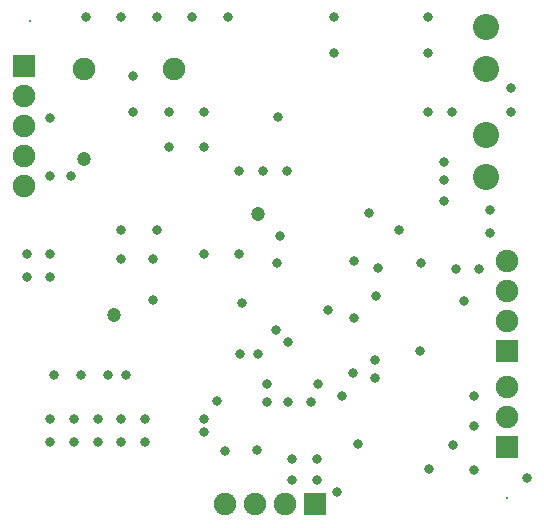
<source format=gbs>
G04*
G04 #@! TF.GenerationSoftware,Altium Limited,Altium Designer,22.1.2 (22)*
G04*
G04 Layer_Color=16711935*
%FSLAX25Y25*%
%MOIN*%
G70*
G04*
G04 #@! TF.SameCoordinates,916DC4FC-BA67-46E0-AC62-78C5DE96CB0C*
G04*
G04*
G04 #@! TF.FilePolarity,Negative*
G04*
G01*
G75*
%ADD51C,0.07493*%
%ADD52R,0.07493X0.07493*%
%ADD53R,0.07493X0.07493*%
%ADD54C,0.00800*%
%ADD55C,0.08674*%
%ADD56C,0.03300*%
%ADD57C,0.03162*%
%ADD58C,0.04737*%
D51*
X74000Y7000D02*
D03*
X94000D02*
D03*
X84000D02*
D03*
X7000Y113000D02*
D03*
Y123000D02*
D03*
Y143000D02*
D03*
Y133000D02*
D03*
X168000Y88000D02*
D03*
Y68000D02*
D03*
Y78000D02*
D03*
Y46000D02*
D03*
Y36000D02*
D03*
X57000Y152000D02*
D03*
X27079D02*
D03*
D52*
X104000Y7000D02*
D03*
D53*
X7000Y153000D02*
D03*
X168000Y58000D02*
D03*
Y26000D02*
D03*
D54*
X9000Y168000D02*
D03*
X168000Y9000D02*
D03*
D55*
X161000Y166000D02*
D03*
Y152220D02*
D03*
Y130000D02*
D03*
Y116220D02*
D03*
D56*
X174436Y15683D02*
D03*
X104515Y15127D02*
D03*
X96377D02*
D03*
X116735Y50696D02*
D03*
X118211Y27077D02*
D03*
X15551Y135870D02*
D03*
X78993Y56958D02*
D03*
X91244Y87291D02*
D03*
X94812Y61195D02*
D03*
X92157Y96543D02*
D03*
X131888Y98442D02*
D03*
X153543Y74803D02*
D03*
X79749Y73928D02*
D03*
X142066Y18832D02*
D03*
X91695Y135943D02*
D03*
X78740Y118110D02*
D03*
X86614D02*
D03*
X94488D02*
D03*
X169291Y145669D02*
D03*
Y137795D02*
D03*
X149606D02*
D03*
X141732D02*
D03*
Y157480D02*
D03*
Y169291D02*
D03*
X110236Y157480D02*
D03*
Y169291D02*
D03*
X74803D02*
D03*
X62992D02*
D03*
X51181D02*
D03*
X39370D02*
D03*
X27559D02*
D03*
X43307Y149606D02*
D03*
X66929Y125984D02*
D03*
X55118D02*
D03*
X66929Y137795D02*
D03*
X55118D02*
D03*
X43307D02*
D03*
X162279Y97531D02*
D03*
Y105118D02*
D03*
X146765Y107916D02*
D03*
Y114995D02*
D03*
Y121056D02*
D03*
X158465Y85264D02*
D03*
X150928D02*
D03*
X22702Y116352D02*
D03*
X15594D02*
D03*
X15748Y90551D02*
D03*
Y82677D02*
D03*
X7874D02*
D03*
Y90551D02*
D03*
X15748Y27559D02*
D03*
X23622D02*
D03*
X31496D02*
D03*
X39370D02*
D03*
X47244D02*
D03*
Y35433D02*
D03*
X39370D02*
D03*
X31496D02*
D03*
X23622D02*
D03*
X15748D02*
D03*
X156933Y18271D02*
D03*
Y33005D02*
D03*
Y43045D02*
D03*
X149972Y26754D02*
D03*
X102672Y40982D02*
D03*
X111285Y11196D02*
D03*
X104515Y22193D02*
D03*
X96377D02*
D03*
X84460Y24946D02*
D03*
X73877Y24839D02*
D03*
X66929Y35433D02*
D03*
X71230Y41293D02*
D03*
X116839Y69062D02*
D03*
X124103Y76284D02*
D03*
X116882Y88178D02*
D03*
X108131Y71611D02*
D03*
X78740Y90551D02*
D03*
X66929D02*
D03*
X51181Y98425D02*
D03*
X39370D02*
D03*
X39160Y88739D02*
D03*
X49840D02*
D03*
X49894Y75185D02*
D03*
D57*
X139244Y87247D02*
D03*
X41000Y50000D02*
D03*
X67000Y31000D02*
D03*
X113000Y43000D02*
D03*
X124000Y55000D02*
D03*
Y49000D02*
D03*
X139000Y58000D02*
D03*
X85000Y57000D02*
D03*
X91000Y65000D02*
D03*
X122000Y104000D02*
D03*
X124917Y85855D02*
D03*
X35000Y50000D02*
D03*
X26000D02*
D03*
X17000D02*
D03*
X95000Y41000D02*
D03*
X88000D02*
D03*
X105000Y47000D02*
D03*
X88000D02*
D03*
D58*
X85039Y103584D02*
D03*
X37000Y70000D02*
D03*
X27000Y122000D02*
D03*
M02*

</source>
